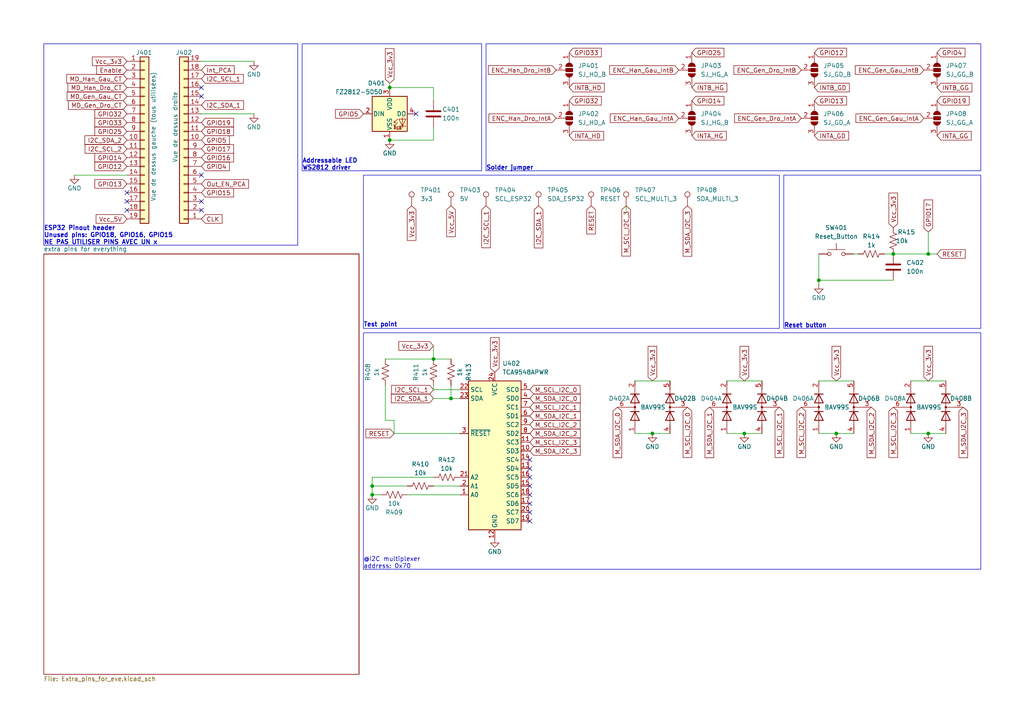
<source format=kicad_sch>
(kicad_sch (version 20231120) (generator "eeschema") (generator_version "8.0")
  (paper "A4")
  (lib_symbols
    (symbol "Connector:TestPoint" (pin_numbers hide) (pin_names (offset 0.762) hide)
      (property "Reference" "TP" (at 0 6.858 0))
      (property "Value" "TestPoint" (at 0 5.08 0))
      (symbol "TestPoint_0_1"
        (circle (center 0 3.302) (radius 0.762))
      )
      (symbol "TestPoint_1_1"
        (pin passive line (at 0 0 90) (length 2.54) (name "1") (number "1"))
      )
    )
    (symbol "Connector_Generic:Conn_01x19" (pin_names (offset 1.016) hide)
      (property "Reference" "J" (at 0 25.4 0))
      (property "Value" "Conn_01x19" (at 0 -25.4 0))
      (symbol "Conn_01x19_1_1"
        (rectangle (start -1.27 -22.733) (end 0 -22.987) (stroke (width 0.1524)))
        (rectangle (start -1.27 -20.193) (end 0 -20.447) (stroke (width 0.1524)))
        (rectangle (start -1.27 -17.653) (end 0 -17.907) (stroke (width 0.1524)))
        (rectangle (start -1.27 -15.113) (end 0 -15.367) (stroke (width 0.1524)))
        (rectangle (start -1.27 -12.573) (end 0 -12.827) (stroke (width 0.1524)))
        (rectangle (start -1.27 -10.033) (end 0 -10.287) (stroke (width 0.1524)))
        (rectangle (start -1.27 -7.493) (end 0 -7.747) (stroke (width 0.1524)))
        (rectangle (start -1.27 -4.953) (end 0 -5.207) (stroke (width 0.1524)))
        (rectangle (start -1.27 -2.413) (end 0 -2.667) (stroke (width 0.1524)))
        (rectangle (start -1.27 0.127) (end 0 -0.127) (stroke (width 0.1524)))
        (rectangle (start -1.27 2.667) (end 0 2.413) (stroke (width 0.1524)))
        (rectangle (start -1.27 5.207) (end 0 4.953) (stroke (width 0.1524)))
        (rectangle (start -1.27 7.747) (end 0 7.493) (stroke (width 0.1524)))
        (rectangle (start -1.27 10.287) (end 0 10.033) (stroke (width 0.1524)))
        (rectangle (start -1.27 12.827) (end 0 12.573) (stroke (width 0.1524)))
        (rectangle (start -1.27 15.367) (end 0 15.113) (stroke (width 0.1524)))
        (rectangle (start -1.27 17.907) (end 0 17.653) (stroke (width 0.1524)))
        (rectangle (start -1.27 20.447) (end 0 20.193) (stroke (width 0.1524)))
        (rectangle (start -1.27 22.987) (end 0 22.733) (stroke (width 0.1524)))
        (rectangle (start -1.27 24.13) (end 1.27 -24.13) (stroke (width 0.254)) (fill (type background)))
        (pin passive line (at -5.08 22.86 0) (length 3.81) (name "Pin_1") (number "1"))
        (pin passive line (at -5.08 0 0) (length 3.81) (name "Pin_10") (number "10"))
        (pin passive line (at -5.08 -2.54 0) (length 3.81) (name "Pin_11") (number "11"))
        (pin passive line (at -5.08 -5.08 0) (length 3.81) (name "Pin_12") (number "12"))
        (pin passive line (at -5.08 -7.62 0) (length 3.81) (name "Pin_13") (number "13"))
        (pin passive line (at -5.08 -10.16 0) (length 3.81) (name "Pin_14") (number "14"))
        (pin passive line (at -5.08 -12.7 0) (length 3.81) (name "Pin_15") (number "15"))
        (pin passive line (at -5.08 -15.24 0) (length 3.81) (name "Pin_16") (number "16"))
        (pin passive line (at -5.08 -17.78 0) (length 3.81) (name "Pin_17") (number "17"))
        (pin passive line (at -5.08 -20.32 0) (length 3.81) (name "Pin_18") (number "18"))
        (pin passive line (at -5.08 -22.86 0) (length 3.81) (name "Pin_19") (number "19"))
        (pin passive line (at -5.08 20.32 0) (length 3.81) (name "Pin_2") (number "2"))
        (pin passive line (at -5.08 17.78 0) (length 3.81) (name "Pin_3") (number "3"))
        (pin passive line (at -5.08 15.24 0) (length 3.81) (name "Pin_4") (number "4"))
        (pin passive line (at -5.08 12.7 0) (length 3.81) (name "Pin_5") (number "5"))
        (pin passive line (at -5.08 10.16 0) (length 3.81) (name "Pin_6") (number "6"))
        (pin passive line (at -5.08 7.62 0) (length 3.81) (name "Pin_7") (number "7"))
        (pin passive line (at -5.08 5.08 0) (length 3.81) (name "Pin_8") (number "8"))
        (pin passive line (at -5.08 2.54 0) (length 3.81) (name "Pin_9") (number "9"))
      )
    )
    (symbol "Device:C" (pin_numbers hide) (pin_names (offset 0.254))
      (property "Reference" "C" (at 0.635 2.54 0))
      (property "Value" "C" (at 0.635 -2.54 0))
      (symbol "C_0_1"
        (polyline (pts (xy -2.032 -0.762) (xy 2.032 -0.762)) (stroke (width 0.508)))
        (polyline (pts (xy -2.032 0.762) (xy 2.032 0.762)) (stroke (width 0.508)))
      )
      (symbol "C_1_1"
        (pin passive line (at 0 3.81 270) (length 2.794) (name "~") (number "1"))
        (pin passive line (at 0 -3.81 90) (length 2.794) (name "~") (number "2"))
      )
    )
    (symbol "Device:R_US" (pin_numbers hide) (pin_names (offset 0))
      (property "Reference" "R" (at 2.54 0 90))
      (property "Value" "R_US" (at -2.54 0 90))
      (symbol "R_US_0_1"
        (polyline (pts (xy 0 -2.286) (xy 0 -2.54)))
        (polyline (pts (xy 0 2.286) (xy 0 2.54)))
        (polyline (pts (xy 0 -0.762) (xy 1.016 -1.143) (xy 0 -1.524) (xy -1.016 -1.905) (xy 0 -2.286)))
        (polyline (pts (xy 0 0.762) (xy 1.016 0.381) (xy 0 0) (xy -1.016 -0.381) (xy 0 -0.762)))
        (polyline (pts (xy 0 2.286) (xy 1.016 1.905) (xy 0 1.524) (xy -1.016 1.143) (xy 0 0.762)))
      )
      (symbol "R_US_1_1"
        (pin passive line (at 0 3.81 270) (length 1.27) (name "~") (number "1"))
        (pin passive line (at 0 -3.81 90) (length 1.27) (name "~") (number "2"))
      )
    )
    (symbol "Diode:BAV99S" (pin_names (offset 0.0254) hide)
      (property "Reference" "D" (at 0 2.54 0))
      (property "Value" "BAV99S" (at 0 5.08 0))
      (symbol "BAV99S_0_1"
        (polyline (pts (xy -5.08 0) (xy 5.08 0)))
        (polyline (pts (xy 0 0) (xy 0 -2.54)))
        (polyline (pts (xy -1.27 -1.27) (xy -1.27 1.27) (xy -1.27 1.27)) (stroke (width 0.254)))
        (polyline (pts (xy 3.81 1.27) (xy 3.81 -1.27) (xy 3.81 -1.27)) (stroke (width 0.254)))
        (polyline (pts (xy -3.81 1.27) (xy -1.27 0) (xy -3.81 -1.27) (xy -3.81 1.27) (xy -3.81 1.27) (xy -3.81 1.27)) (stroke (width 0.254)))
        (polyline (pts (xy 1.27 1.27) (xy 3.81 0) (xy 1.27 -1.27) (xy 1.27 1.27) (xy 1.27 1.27) (xy 1.27 1.27)) (stroke (width 0.254)))
        (circle (center 0 0) (radius 0.254) (fill (type outline)))
      )
      (symbol "BAV99S_1_1"
        (polyline (pts (xy 6.35 0) (xy 7.62 0)))
        (pin passive line (at -7.62 0 0) (length 2.54) (name "A1") (number "1"))
        (pin passive line (at 7.62 0 180) (length 2.54) (name "K2") (number "2"))
        (pin passive line (at 0 -5.08 90) (length 2.54) (name "K3A4") (number "6"))
      )
      (symbol "BAV99S_2_1"
        (polyline (pts (xy 6.35 0) (xy 7.62 0)))
        (pin passive line (at 0 -5.08 90) (length 2.54) (name "K1A2") (number "3"))
        (pin passive line (at -7.62 0 0) (length 2.54) (name "A3") (number "4"))
        (pin passive line (at 7.62 0 180) (length 2.54) (name "K4") (number "5"))
      )
    )
    (symbol "Interface_Expansion:TCA9548APWR"
      (property "Reference" "U" (at -7.62 21.59 0))
      (property "Value" "TCA9548APWR" (at 1.016 21.59 0))
      (symbol "TCA9548APWR_0_1"
        (rectangle (start -7.62 20.32) (end 7.62 -22.86) (stroke (width 0.254)) (fill (type background)))
      )
      (symbol "TCA9548APWR_1_1"
        (pin input line (at -10.16 -12.7 0) (length 2.54) (name "A0") (number "1"))
        (pin bidirectional line (at 10.16 0 180) (length 2.54) (name "SD3") (number "10"))
        (pin output line (at 10.16 2.54 180) (length 2.54) (name "SC3") (number "11"))
        (pin power_in line (at 0 -25.4 90) (length 2.54) (name "GND") (number "12"))
        (pin bidirectional line (at 10.16 -5.08 180) (length 2.54) (name "SD4") (number "13"))
        (pin output line (at 10.16 -2.54 180) (length 2.54) (name "SC4") (number "14"))
        (pin bidirectional line (at 10.16 -10.16 180) (length 2.54) (name "SD5") (number "15"))
        (pin output line (at 10.16 -7.62 180) (length 2.54) (name "SC5") (number "16"))
        (pin bidirectional line (at 10.16 -15.24 180) (length 2.54) (name "SD6") (number "17"))
        (pin output line (at 10.16 -12.7 180) (length 2.54) (name "SC6") (number "18"))
        (pin bidirectional line (at 10.16 -20.32 180) (length 2.54) (name "SD7") (number "19"))
        (pin input line (at -10.16 -10.16 0) (length 2.54) (name "A1") (number "2"))
        (pin output line (at 10.16 -17.78 180) (length 2.54) (name "SC7") (number "20"))
        (pin input line (at -10.16 -7.62 0) (length 2.54) (name "A2") (number "21"))
        (pin input line (at -10.16 17.78 0) (length 2.54) (name "SCL") (number "22"))
        (pin bidirectional line (at -10.16 15.24 0) (length 2.54) (name "SDA") (number "23"))
        (pin power_in line (at 0 22.86 270) (length 2.54) (name "VCC") (number "24"))
        (pin input line (at -10.16 5.08 0) (length 2.54) (name "~{RESET}") (number "3"))
        (pin bidirectional line (at 10.16 15.24 180) (length 2.54) (name "SD0") (number "4"))
        (pin output line (at 10.16 17.78 180) (length 2.54) (name "SC0") (number "5"))
        (pin bidirectional line (at 10.16 10.16 180) (length 2.54) (name "SD1") (number "6"))
        (pin output line (at 10.16 12.7 180) (length 2.54) (name "SC1") (number "7"))
        (pin bidirectional line (at 10.16 5.08 180) (length 2.54) (name "SD2") (number "8"))
        (pin output line (at 10.16 7.62 180) (length 2.54) (name "SC2") (number "9"))
      )
    )
    (symbol "Jumper:SolderJumper_3_Open" (pin_names (offset 0) hide)
      (property "Reference" "JP" (at -2.54 -2.54 0))
      (property "Value" "SolderJumper_3_Open" (at 0 2.794 0))
      (symbol "SolderJumper_3_Open_0_1"
        (arc (start -1.016 1.016) (mid -2.0276 0) (end -1.016 -1.016))
        (arc (start -1.016 1.016) (mid -2.0276 0) (end -1.016 -1.016) (fill (type outline)))
        (rectangle (start -0.508 1.016) (end 0.508 -1.016) (fill (type outline)))
        (polyline (pts (xy -2.54 0) (xy -2.032 0)))
        (polyline (pts (xy -1.016 1.016) (xy -1.016 -1.016)))
        (polyline (pts (xy 0 -1.27) (xy 0 -1.016)))
        (polyline (pts (xy 1.016 1.016) (xy 1.016 -1.016)))
        (polyline (pts (xy 2.54 0) (xy 2.032 0)))
        (arc (start 1.016 -1.016) (mid 2.0276 0) (end 1.016 1.016))
        (arc (start 1.016 -1.016) (mid 2.0276 0) (end 1.016 1.016) (fill (type outline)))
      )
      (symbol "SolderJumper_3_Open_1_1"
        (pin passive line (at -5.08 0 0) (length 2.54) (name "A") (number "1"))
        (pin passive line (at 0 -3.81 90) (length 2.54) (name "C") (number "2"))
        (pin passive line (at 5.08 0 180) (length 2.54) (name "B") (number "3"))
      )
    )
    (symbol "LED:Inolux_IN-PI554FCH" (pin_names (offset 0.254))
      (property "Reference" "D" (at 5.08 5.715 0))
      (property "Value" "Inolux_IN-PI554FCH" (at 1.27 -5.715 0))
      (symbol "Inolux_IN-PI554FCH_0_0"
        (text "RGB" (at 2.286 -4.191 0) (effects (font (size 0.762 0.762))))
      )
      (symbol "Inolux_IN-PI554FCH_0_1"
        (polyline (pts (xy 1.27 -3.556) (xy 1.778 -3.556)))
        (polyline (pts (xy 1.27 -2.54) (xy 1.778 -2.54)))
        (polyline (pts (xy 4.699 -3.556) (xy 2.667 -3.556)))
        (polyline (pts (xy 2.286 -2.54) (xy 1.27 -3.556) (xy 1.27 -3.048)))
        (polyline (pts (xy 2.286 -1.524) (xy 1.27 -2.54) (xy 1.27 -2.032)))
        (polyline (pts (xy 3.683 -1.016) (xy 3.683 -3.556) (xy 3.683 -4.064)))
        (polyline (pts (xy 4.699 -1.524) (xy 2.667 -1.524) (xy 3.683 -3.556) (xy 4.699 -1.524)))
        (rectangle (start 5.08 5.08) (end -5.08 -5.08) (stroke (width 0.254)) (fill (type background)))
      )
      (symbol "Inolux_IN-PI554FCH_1_1"
        (pin power_in line (at 0 -7.62 90) (length 2.54) (name "VSS") (number "1"))
        (pin input line (at -7.62 0 0) (length 2.54) (name "DIN") (number "2"))
        (pin power_in line (at 0 7.62 270) (length 2.54) (name "VDD") (number "3"))
        (pin output line (at 7.62 0 180) (length 2.54) (name "DO") (number "4"))
      )
    )
    (symbol "Switch:SW_Push" (pin_numbers hide) (pin_names (offset 1.016) hide)
      (property "Reference" "SW" (at 1.27 2.54 0))
      (property "Value" "SW_Push" (at 0 -1.524 0))
      (symbol "SW_Push_0_1"
        (circle (center -2.032 0) (radius 0.508))
        (polyline (pts (xy 0 1.27) (xy 0 3.048)))
        (polyline (pts (xy 2.54 1.27) (xy -2.54 1.27)))
        (circle (center 2.032 0) (radius 0.508))
        (pin passive line (at -5.08 0 0) (length 2.54) (name "1") (number "1"))
        (pin passive line (at 5.08 0 180) (length 2.54) (name "2") (number "2"))
      )
    )
    (symbol "power:GND" (power) (pin_names (offset 0))
      (property "Value" "GND" (at 0 -3.81 0))
      (symbol "GND_0_1"
        (polyline (pts (xy 0 0) (xy 0 -1.27) (xy 1.27 -1.27) (xy 0 -2.54) (xy -1.27 -1.27) (xy 0 -1.27)))
      )
      (symbol "GND_1_1"
        (pin power_in line (at 0 0 270) (length 0) hide (name "GND") (number "1"))
      )
    )
  )
  (junction (at 269.24 73.66))
  (junction (at 242.57 125.73))
  (junction (at 113.03 25.4))
  (junction (at 189.23 125.73))
  (junction (at 107.95 143.51))
  (junction (at 130.81 115.57))
  (junction (at 107.95 140.97))
  (junction (at 269.24 125.73))
  (junction (at 125.73 104.14))
  (junction (at 237.49 81.28))
  (junction (at 259.08 73.66))
  (junction (at 113.03 40.64))
  (junction (at 215.9 125.73))
  (no_connect (at 58.42 25.4))
  (no_connect (at 36.83 60.96))
  (no_connect (at 58.42 50.8))
  (no_connect (at 120.65 33.02))
  (no_connect (at 153.67 138.43))
  (no_connect (at 153.67 140.97))
  (no_connect (at 58.42 58.42))
  (no_connect (at 153.67 133.35))
  (no_connect (at 153.67 148.59))
  (no_connect (at 58.42 27.94))
  (no_connect (at 153.67 135.89))
  (no_connect (at 36.83 55.88))
  (no_connect (at 153.67 151.13))
  (no_connect (at 58.42 60.96))
  (no_connect (at 153.67 146.05))
  (no_connect (at 153.67 143.51))
  (no_connect (at 36.83 58.42))
  (wire (pts (xy 125.73 138.43) (xy 107.95 138.43)))
  (wire (pts (xy 114.3 125.73) (xy 133.35 125.73)))
  (wire (pts (xy 237.49 110.49) (xy 247.65 110.49)))
  (wire (pts (xy 210.82 110.49) (xy 220.98 110.49)))
  (wire (pts (xy 237.49 81.28) (xy 237.49 82.55)))
  (wire (pts (xy 125.73 36.83) (xy 125.73 40.64)))
  (wire (pts (xy 125.73 140.97) (xy 133.35 140.97)))
  (wire (pts (xy 107.95 140.97) (xy 107.95 143.51)))
  (wire (pts (xy 113.03 24.13) (xy 113.03 25.4)))
  (wire (pts (xy 269.24 125.73) (xy 274.32 125.73)))
  (wire (pts (xy 237.49 81.28) (xy 259.08 81.28)))
  (wire (pts (xy 118.11 143.51) (xy 133.35 143.51)))
  (wire (pts (xy 125.73 115.57) (xy 130.81 115.57)))
  (wire (pts (xy 111.76 121.92) (xy 111.76 111.76)))
  (wire (pts (xy 215.9 125.73) (xy 220.98 125.73)))
  (wire (pts (xy 210.82 125.73) (xy 215.9 125.73)))
  (wire (pts (xy 264.16 110.49) (xy 274.32 110.49)))
  (wire (pts (xy 256.54 73.66) (xy 259.08 73.66)))
  (wire (pts (xy 36.83 50.8) (xy 21.59 50.8)))
  (wire (pts (xy 58.42 17.78) (xy 73.66 17.78)))
  (wire (pts (xy 111.76 104.14) (xy 125.73 104.14)))
  (wire (pts (xy 269.24 73.66) (xy 259.08 73.66)))
  (wire (pts (xy 242.57 125.73) (xy 247.65 125.73)))
  (wire (pts (xy 58.42 33.02) (xy 73.66 33.02)))
  (wire (pts (xy 125.73 100.33) (xy 125.73 104.14)))
  (wire (pts (xy 184.15 110.49) (xy 194.31 110.49)))
  (wire (pts (xy 114.3 125.73) (xy 114.3 121.92)))
  (wire (pts (xy 189.23 125.73) (xy 194.31 125.73)))
  (wire (pts (xy 247.65 73.66) (xy 248.92 73.66)))
  (wire (pts (xy 237.49 125.73) (xy 242.57 125.73)))
  (wire (pts (xy 125.73 104.14) (xy 130.81 104.14)))
  (wire (pts (xy 130.81 115.57) (xy 133.35 115.57)))
  (wire (pts (xy 269.24 67.31) (xy 269.24 73.66)))
  (wire (pts (xy 114.3 121.92) (xy 111.76 121.92)))
  (wire (pts (xy 107.95 138.43) (xy 107.95 140.97)))
  (wire (pts (xy 130.81 111.76) (xy 130.81 115.57)))
  (wire (pts (xy 264.16 125.73) (xy 269.24 125.73)))
  (wire (pts (xy 125.73 40.64) (xy 113.03 40.64)))
  (wire (pts (xy 125.73 111.76) (xy 125.73 113.03)))
  (wire (pts (xy 184.15 125.73) (xy 189.23 125.73)))
  (wire (pts (xy 181.61 60.96) (xy 181.61 59.69)))
  (wire (pts (xy 125.73 25.4) (xy 113.03 25.4)))
  (wire (pts (xy 237.49 73.66) (xy 237.49 81.28)))
  (wire (pts (xy 107.95 143.51) (xy 110.49 143.51)))
  (wire (pts (xy 118.11 140.97) (xy 107.95 140.97)))
  (wire (pts (xy 125.73 29.21) (xy 125.73 25.4)))
  (wire (pts (xy 271.78 73.66) (xy 269.24 73.66)))
  (wire (pts (xy 125.73 113.03) (xy 133.35 113.03)))
  (rectangle (start 12.7 12.7) (end 86.36 71.12))
  (rectangle (start 227.33 50.8) (end 284.48 95.25))
  (rectangle (start 105.41 50.8) (end 226.06 95.25))
  (rectangle (start 105.41 96.52) (end 284.48 165.1))
  (rectangle (start 87.63 12.7) (end 139.7 49.53))
  (rectangle (start 140.97 12.7) (end 284.48 49.53))
  (text "Reset button" (at 227.33 95.25 0) (effects (font (size 1.27 1.27) (bold yes)) (justify left bottom)))
  (text "@I2C multiplexer\naddress: 0x70" (at 105.41 165.1 0) (effects (font (size 1.27 1.27)) (justify left bottom)))
  (text "ESP32 Pinout header\nUnused pins: GPIO18, GPIO16, GPIO15\nNE PAS UTILISER PINS AVEC UN x" (at 12.7 71.12 0) (effects (font (size 1.27 1.27) (bold yes)) (justify left bottom)))
  (text "Solder jumper" (at 140.97 49.53 0) (effects (font (size 1.27 1.27) (thickness 0.254) (bold yes)) (justify left bottom)))
  (text "Addressable LED\nWS2812 driver" (at 87.63 49.53 0) (effects (font (size 1.27 1.27) (bold yes)) (justify left bottom)))
  (text "Test point" (at 105.41 94.996 0) (effects (font (size 1.27 1.27) (bold yes)) (justify left bottom)))
  (global_label "INTB_GD" (shape input) (at 236.22 25.4 0) (property "Intersheetrefs" "${INTERSHEET_REFS}" (effects (hide yes))))
  (global_label "GPIO16" (shape input) (at 58.42 45.72 0) (property "Intersheetrefs" "${INTERSHEET_REFS}" (effects (hide yes))))
  (global_label "M_SCL_I2C_3" (shape input) (at 259.08 118.11 270) (property "Intersheetrefs" "${INTERSHEET_REFS}" (effects (hide yes))))
  (global_label "M_SCL_I2C_0" (shape input) (at 199.39 118.11 270) (property "Intersheetrefs" "${INTERSHEET_REFS}" (effects (hide yes))))
  (global_label "MD_Han_Gau_CT" (shape input) (at 36.83 22.86 180) (property "Intersheetrefs" "${INTERSHEET_REFS}" (effects (hide yes))))
  (global_label "ENC_Han_Gau_IntA" (shape input) (at 196.85 34.29 180) (property "Intersheetrefs" "${INTERSHEET_REFS}" (effects (hide yes))))
  (global_label "Vcc_3v3" (shape input) (at 215.9 110.49 90) (property "Intersheetrefs" "${INTERSHEET_REFS}" (effects (hide yes))))
  (global_label "M_SCL_I2C_3" (shape input) (at 153.67 128.27 0) (property "Intersheetrefs" "${INTERSHEET_REFS}" (effects (hide yes))))
  (global_label "INTA_HG" (shape input) (at 200.66 39.37 0) (property "Intersheetrefs" "${INTERSHEET_REFS}" (effects (hide yes))))
  (global_label "M_SCL_I2C_2" (shape input) (at 153.67 123.19 0) (property "Intersheetrefs" "${INTERSHEET_REFS}" (effects (hide yes))))
  (global_label "RESET" (shape input) (at 114.3 125.73 180) (property "Intersheetrefs" "${INTERSHEET_REFS}" (effects (hide yes))))
  (global_label "MD_Gen_Dro_CT" (shape input) (at 36.83 30.48 180) (property "Intersheetrefs" "${INTERSHEET_REFS}" (effects (hide yes))))
  (global_label "Vcc_3v3" (shape input) (at 36.83 17.78 180) (property "Intersheetrefs" "${INTERSHEET_REFS}" (effects (hide yes))))
  (global_label "RESET" (shape input) (at 171.45 59.69 270) (property "Intersheetrefs" "${INTERSHEET_REFS}" (effects (hide yes))))
  (global_label "MD_Han_Dro_CT" (shape input) (at 36.83 25.4 180) (property "Intersheetrefs" "${INTERSHEET_REFS}" (effects (hide yes))))
  (global_label "M_SCL_I2C_0" (shape input) (at 153.67 113.03 0) (property "Intersheetrefs" "${INTERSHEET_REFS}" (effects (hide yes))))
  (global_label "I2C_SCL_1" (shape input) (at 125.73 113.03 180) (property "Intersheetrefs" "${INTERSHEET_REFS}" (effects (hide yes))))
  (global_label "I2C_SDA_1" (shape input) (at 125.73 115.57 180) (property "Intersheetrefs" "${INTERSHEET_REFS}" (effects (hide yes))))
  (global_label "GPIO5" (shape input) (at 58.42 40.64 0) (property "Intersheetrefs" "${INTERSHEET_REFS}" (effects (hide yes))))
  (global_label "INTA_GD" (shape input) (at 236.22 39.37 0) (property "Intersheetrefs" "${INTERSHEET_REFS}" (effects (hide yes))))
  (global_label "GPIO17" (shape input) (at 58.42 43.18 0) (property "Intersheetrefs" "${INTERSHEET_REFS}" (effects (hide yes))))
  (global_label "ENC_Han_Dro_IntB" (shape input) (at 161.29 20.32 180) (property "Intersheetrefs" "${INTERSHEET_REFS}" (effects (hide yes))))
  (global_label "Vcc_3v3" (shape input) (at 113.03 24.13 90) (property "Intersheetrefs" "${INTERSHEET_REFS}" (effects (hide yes))))
  (global_label "M_SDA_I2C_1" (shape input) (at 205.74 118.11 270) (property "Intersheetrefs" "${INTERSHEET_REFS}" (effects (hide yes))))
  (global_label "RESET" (shape input) (at 271.78 73.66 0) (property "Intersheetrefs" "${INTERSHEET_REFS}" (effects (hide yes))))
  (global_label "GPIO12" (shape input) (at 236.22 15.24 0) (property "Intersheetrefs" "${INTERSHEET_REFS}" (effects (hide yes))))
  (global_label "INTB_HD" (shape input) (at 165.1 25.4 0) (property "Intersheetrefs" "${INTERSHEET_REFS}" (effects (hide yes))))
  (global_label "M_SDA_I2C_3" (shape input) (at 199.39 59.69 270) (property "Intersheetrefs" "${INTERSHEET_REFS}" (effects (hide yes))))
  (global_label "INTA_GG" (shape input) (at 271.78 39.37 0) (property "Intersheetrefs" "${INTERSHEET_REFS}" (effects (hide yes))))
  (global_label "M_SCL_I2C_3" (shape input) (at 181.61 59.69 270) (property "Intersheetrefs" "${INTERSHEET_REFS}" (effects (hide yes))))
  (global_label "GPIO33" (shape input) (at 36.83 35.56 180) (property "Intersheetrefs" "${INTERSHEET_REFS}" (effects (hide yes))))
  (global_label "M_SDA_I2C_1" (shape input) (at 153.67 120.65 0) (property "Intersheetrefs" "${INTERSHEET_REFS}" (effects (hide yes))))
  (global_label "GPIO19" (shape input) (at 271.78 29.21 0) (property "Intersheetrefs" "${INTERSHEET_REFS}" (effects (hide yes))))
  (global_label "GPIO15" (shape input) (at 58.42 55.88 0) (property "Intersheetrefs" "${INTERSHEET_REFS}" (effects (hide yes))))
  (global_label "Vcc_3v3" (shape input) (at 242.57 110.49 90) (property "Intersheetrefs" "${INTERSHEET_REFS}" (effects (hide yes))))
  (global_label "ENC_Gen_Gau_IntB" (shape input) (at 267.97 20.32 180) (property "Intersheetrefs" "${INTERSHEET_REFS}" (effects (hide yes))))
  (global_label "Vcc_5V" (shape input) (at 130.81 59.69 270) (property "Intersheetrefs" "${INTERSHEET_REFS}" (effects (hide yes))))
  (global_label "ENC_Han_Gau_IntB" (shape input) (at 196.85 20.32 180) (property "Intersheetrefs" "${INTERSHEET_REFS}" (effects (hide yes))))
  (global_label "Out_EN_PCA" (shape input) (at 58.42 53.34 0) (property "Intersheetrefs" "${INTERSHEET_REFS}" (effects (hide yes))))
  (global_label "GPIO4" (shape input) (at 58.42 48.26 0) (property "Intersheetrefs" "${INTERSHEET_REFS}" (effects (hide yes))))
  (global_label "INTA_HD" (shape input) (at 165.1 39.37 0) (property "Intersheetrefs" "${INTERSHEET_REFS}" (effects (hide yes))))
  (global_label "Vcc_3v3" (shape input) (at 125.73 100.33 180) (property "Intersheetrefs" "${INTERSHEET_REFS}" (effects (hide yes))))
  (global_label "I2C_SDA_2" (shape input) (at 36.83 40.64 180) (property "Intersheetrefs" "${INTERSHEET_REFS}" (effects (hide yes))))
  (global_label "GPIO17" (shape input) (at 269.24 67.31 90) (property "Intersheetrefs" "${INTERSHEET_REFS}" (effects (hide yes))))
  (global_label "Vcc_3v3" (shape input) (at 143.51 107.95 90) (property "Intersheetrefs" "${INTERSHEET_REFS}" (effects (hide yes))))
  (global_label "ENC_Gen_Dro_IntB" (shape input) (at 232.41 20.32 180) (property "Intersheetrefs" "${INTERSHEET_REFS}" (effects (hide yes))))
  (global_label "GPIO4" (shape input) (at 271.78 15.24 0) (property "Intersheetrefs" "${INTERSHEET_REFS}" (effects (hide yes))))
  (global_label "CLK" (shape input) (at 58.42 63.5 0) (property "Intersheetrefs" "${INTERSHEET_REFS}" (effects (hide yes))))
  (global_label "Enable" (shape input) (at 36.83 20.32 180) (property "Intersheetrefs" "${INTERSHEET_REFS}" (effects (hide yes))))
  (global_label "INTB_GG" (shape input) (at 271.78 25.4 0) (property "Intersheetrefs" "${INTERSHEET_REFS}" (effects (hide yes))))
  (global_label "ENC_Gen_Gau_IntA" (shape input) (at 267.97 34.29 180) (property "Intersheetrefs" "${INTERSHEET_REFS}" (effects (hide yes))))
  (global_label "M_SDA_I2C_3" (shape input) (at 279.4 118.11 270) (property "Intersheetrefs" "${INTERSHEET_REFS}" (effects (hide yes))))
  (global_label "GPIO12" (shape input) (at 36.83 48.26 180) (property "Intersheetrefs" "${INTERSHEET_REFS}" (effects (hide yes))))
  (global_label "GPIO32" (shape input) (at 165.1 29.21 0) (property "Intersheetrefs" "${INTERSHEET_REFS}" (effects (hide yes))))
  (global_label "ENC_Han_Dro_IntA" (shape input) (at 161.29 34.29 180) (property "Intersheetrefs" "${INTERSHEET_REFS}" (effects (hide yes))))
  (global_label "GPIO14" (shape input) (at 36.83 45.72 180) (property "Intersheetrefs" "${INTERSHEET_REFS}" (effects (hide yes))))
  (global_label "Int_PCA" (shape input) (at 58.42 20.32 0) (property "Intersheetrefs" "${INTERSHEET_REFS}" (effects (hide yes))))
  (global_label "M_SDA_I2C_2" (shape input) (at 153.67 125.73 0) (property "Intersheetrefs" "${INTERSHEET_REFS}" (effects (hide yes))))
  (global_label "M_SDA_I2C_2" (shape input) (at 252.73 118.11 270) (property "Intersheetrefs" "${INTERSHEET_REFS}" (effects (hide yes))))
  (global_label "Vcc_3v3" (shape input) (at 189.23 110.49 90) (property "Intersheetrefs" "${INTERSHEET_REFS}" (effects (hide yes))))
  (global_label "Vcc_3v3" (shape input) (at 269.24 110.49 90) (property "Intersheetrefs" "${INTERSHEET_REFS}" (effects (hide yes))))
  (global_label "GPIO18" (shape input) (at 58.42 38.1 0) (property "Intersheetrefs" "${INTERSHEET_REFS}" (effects (hide yes))))
  (global_label "Vcc_5V" (shape input) (at 36.83 63.5 180) (property "Intersheetrefs" "${INTERSHEET_REFS}" (effects (hide yes))))
  (global_label "INTB_HG" (shape input) (at 200.66 25.4 0) (property "Intersheetrefs" "${INTERSHEET_REFS}" (effects (hide yes))))
  (global_label "M_SCL_I2C_2" (shape input) (at 232.41 118.11 270) (property "Intersheetrefs" "${INTERSHEET_REFS}" (effects (hide yes))))
  (global_label "I2C_SDA_1" (shape input) (at 156.21 59.69 270) (property "Intersheetrefs" "${INTERSHEET_REFS}" (effects (hide yes))))
  (global_label "Vcc_3v3" (shape input) (at 259.08 66.04 90) (property "Intersheetrefs" "${INTERSHEET_REFS}" (effects (hide yes))))
  (global_label "M_SCL_I2C_1" (shape input) (at 226.06 118.11 270) (property "Intersheetrefs" "${INTERSHEET_REFS}" (effects (hide yes))))
  (global_label "MD_Gen_Gau_CT" (shape input) (at 36.83 27.94 180) (property "Intersheetrefs" "${INTERSHEET_REFS}" (effects (hide yes))))
  (global_label "I2C_SCL_1" (shape input) (at 58.42 22.86 0) (property "Intersheetrefs" "${INTERSHEET_REFS}" (effects (hide yes))))
  (global_label "GPIO25" (shape input) (at 200.66 15.24 0) (property "Intersheetrefs" "${INTERSHEET_REFS}" (effects (hide yes))))
  (global_label "GPIO33" (shape input) (at 165.1 15.24 0) (property "Intersheetrefs" "${INTERSHEET_REFS}" (effects (hide yes))))
  (global_label "GPIO5" (shape input) (at 105.41 33.02 180) (property "Intersheetrefs" "${INTERSHEET_REFS}" (effects (hide yes))))
  (global_label "M_SDA_I2C_3" (shape input) (at 153.67 130.81 0) (property "Intersheetrefs" "${INTERSHEET_REFS}" (effects (hide yes))))
  (global_label "M_SDA_I2C_0" (shape input) (at 153.67 115.57 0) (property "Intersheetrefs" "${INTERSHEET_REFS}" (effects (hide yes))))
  (global_label "M_SDA_I2C_0" (shape input) (at 179.07 118.11 270) (property "Intersheetrefs" "${INTERSHEET_REFS}" (effects (hide yes))))
  (global_label "I2C_SCL_2" (shape input) (at 36.83 43.18 180) (property "Intersheetrefs" "${INTERSHEET_REFS}" (effects (hide yes))))
  (global_label "Vcc_3v3" (shape input) (at 119.38 59.69 270) (property "Intersheetrefs" "${INTERSHEET_REFS}" (effects (hide yes))))
  (global_label "ENC_Gen_Dro_IntA" (shape input) (at 232.41 34.29 180) (property "Intersheetrefs" "${INTERSHEET_REFS}" (effects (hide yes))))
  (global_label "I2C_SCL_1" (shape input) (at 140.97 59.69 270) (property "Intersheetrefs" "${INTERSHEET_REFS}" (effects (hide yes))))
  (global_label "M_SCL_I2C_1" (shape input) (at 153.67 118.11 0) (property "Intersheetrefs" "${INTERSHEET_REFS}" (effects (hide yes))))
  (global_label "GPIO25" (shape input) (at 36.83 38.1 180) (property "Intersheetrefs" "${INTERSHEET_REFS}" (effects (hide yes))))
  (global_label "GPIO13" (shape input) (at 36.83 53.34 180) (property "Intersheetrefs" "${INTERSHEET_REFS}" (effects (hide yes))))
  (global_label "GPIO19" (shape input) (at 58.42 35.56 0) (property "Intersheetrefs" "${INTERSHEET_REFS}" (effects (hide yes))))
  (global_label "I2C_SDA_1" (shape input) (at 58.42 30.48 0) (property "Intersheetrefs" "${INTERSHEET_REFS}" (effects (hide yes))))
  (global_label "GPIO14" (shape input) (at 200.66 29.21 0) (property "Intersheetrefs" "${INTERSHEET_REFS}" (effects (hide yes))))
  (global_label "GPIO13" (shape input) (at 236.22 29.21 0) (property "Intersheetrefs" "${INTERSHEET_REFS}" (effects (hide yes))))
  (global_label "GPIO32" (shape input) (at 36.83 33.02 180) (property "Intersheetrefs" "${INTERSHEET_REFS}" (effects (hide yes))))
  (symbol (lib_id "Jumper:SolderJumper_3_Open") (at 200.66 34.29 270) (unit 1)
    (property "Reference" "JP404" (at 203.2 33.02 90) (effects (justify left)))
    (property "Value" "SJ_HG_B" (at 203.2 35.56 90) (effects (justify left)))
    (property "Footprint" "Jumper:SolderJumper-3_P2.0mm_Open_TrianglePad1.0x1.5mm_NumberLabels" (effects (hide yes)))
  )
  (symbol (lib_id "Device:C") (at 125.73 33.02 0) (unit 1)
    (property "Reference" "C401" (at 128.27 31.75 0) (effects (justify left)))
    (property "Value" "100n" (at 128.27 34.29 0) (effects (justify left)))
    (property "Footprint" "Capacitor_SMD:C_0805_2012Metric" (effects (hide yes)))
    (instances (project "ESP32_CHUNGUS_RAPIDUS" (path "" (reference "C401") (unit 1))) (project "STM32_BLUTH_V1" (path "" (reference "C314") (unit 1))))
  )
  (symbol (lib_id "Device:R_US") (at 121.92 140.97 270) (unit 1)
    (property "Reference" "R410" (at 121.92 134.62 90))
    (property "Value" "10k" (at 121.92 137.16 90))
    (property "Footprint" "Resistor_SMD:R_0805_2012Metric" (effects (hide yes)))
    (instances (project "ESP32_CHUNGUS_RAPIDUS" (path "" (reference "R410") (unit 1))) (project "STM32_BLUTH_V1" (path "" (reference "R402") (unit 1))))
  )
  (symbol (lib_id "Connector_Generic:Conn_01x19") (at 41.91 40.64 0) (unit 1)
    (property "Reference" "J401" (at 39.37 15.24 0) (effects (justify left)))
    (property "Value" "Vue de dessus gauche (tous utilisées)" (at 44.45 58.42 90) (effects (justify left)))
    (property "Footprint" "Connector_PinSocket_2.54mm:PinSocket_1x19_P2.54mm_Vertical" (effects (hide yes)))
  )
  (symbol (lib_id "Connector:TestPoint") (at 156.21 59.69 0) (unit 1)
    (property "Reference" "TP405" (at 158.75 55.1179 0) (effects (justify left)))
    (property "Value" "SDA_ESP32" (at 158.75 57.6579 0) (effects (justify left)))
    (property "Footprint" "TestPoint:TestPoint_THTPad_2.5x2.5mm_Drill1.2mm" (effects (hide yes)))
    (property "Description" "test point" (effects (hide yes)))
  )
  (symbol (lib_id "Device:C") (at 259.08 77.47 0) (unit 1)
    (property "Reference" "C402" (at 262.89 76.2 0) (effects (justify left)))
    (property "Value" "100n" (at 262.89 78.74 0) (effects (justify left)))
    (property "Footprint" "Capacitor_SMD:C_0805_2012Metric" (effects (hide yes)))
  )
  (symbol (lib_id "power:GND") (at 215.9 125.73 0) (unit 1)
    (property "Reference" "#PWR0214" (effects (hide yes)))
    (property "Value" "GND" (at 215.9 129.54 0))
    (instances (project "Custom_ST-Link" (path "" (reference "#PWR0214") (unit 1))) (project "ESP32_CHUNGUS_RAPIDUS" (path "" (reference "#PWR0418") (unit 1))) (project "STM32_BLUTH_V1" (path "" (reference "#PWR0305") (unit 1)) (path "" (reference "#PWR0423") (unit 1))))
  )
  (symbol (lib_id "Diode:BAV99S") (at 247.65 118.11 90) (unit 2)
    (property "Reference" "D406" (at 255.27 115.57 90) (effects (justify left)))
    (property "Value" "BAV99S" (at 246.38 118.11 90) (effects (justify left)))
    (property "Footprint" "Package_TO_SOT_SMD:SOT-363_SC-70-6" (effects (hide yes)))
    (property "Datasheet" "https://assets.nexperia.com/documents/data-sheet/BAV99_SER.pdf" (effects (hide yes)))
    (instances (project "ESP32_CHUNGUS_RAPIDUS" (path "" (reference "D406") (unit 2))) (project "STM32_BLUTH_V1" (path "" (reference "D405") (unit 2))))
  )
  (symbol (lib_id "Diode:BAV99S") (at 194.31 118.11 90) (unit 2)
    (property "Reference" "D402" (at 201.93 115.57 90) (effects (justify left)))
    (property "Value" "BAV99S" (at 193.04 118.11 90) (effects (justify left)))
    (property "Footprint" "Package_TO_SOT_SMD:SOT-363_SC-70-6" (effects (hide yes)))
    (property "Datasheet" "https://assets.nexperia.com/documents/data-sheet/BAV99_SER.pdf" (effects (hide yes)))
    (instances (project "ESP32_CHUNGUS_RAPIDUS" (path "" (reference "D402") (unit 2))) (project "STM32_BLUTH_V1" (path "" (reference "D401") (unit 2))))
  )
  (symbol (lib_id "Diode:BAV99S") (at 184.15 118.11 270) (mirror x) (unit 1)
    (property "Reference" "D402" (at 176.53 115.57 90) (effects (justify left)))
    (property "Value" "BAV99S" (effects (hide yes)))
    (property "Footprint" "Package_TO_SOT_SMD:SOT-363_SC-70-6" (effects (hide yes)))
    (property "Datasheet" "https://assets.nexperia.com/documents/data-sheet/BAV99_SER.pdf" (effects (hide yes)))
    (instances (project "ESP32_CHUNGUS_RAPIDUS" (path "" (reference "D402") (unit 1))) (project "STM32_BLUTH_V1" (path "" (reference "D401") (unit 1))))
  )
  (symbol (lib_id "Diode:BAV99S") (at 274.32 118.11 90) (unit 2)
    (property "Reference" "D408" (at 281.94 115.57 90) (effects (justify left)))
    (property "Value" "BAV99S" (at 273.05 118.11 90) (effects (justify left)))
    (property "Footprint" "Package_TO_SOT_SMD:SOT-363_SC-70-6" (effects (hide yes)))
    (property "Datasheet" "https://assets.nexperia.com/documents/data-sheet/BAV99_SER.pdf" (effects (hide yes)))
    (instances (project "ESP32_CHUNGUS_RAPIDUS" (path "" (reference "D408") (unit 2))) (project "STM32_BLUTH_V1" (path "" (reference "D409") (unit 2))))
  )
  (symbol (lib_id "Jumper:SolderJumper_3_Open") (at 200.66 20.32 270) (unit 1)
    (property "Reference" "JP403" (at 203.2 19.05 90) (effects (justify left)))
    (property "Value" "SJ_HG_A" (at 203.2 21.59 90) (effects (justify left)))
    (property "Footprint" "Jumper:SolderJumper-3_P2.0mm_Open_TrianglePad1.0x1.5mm_NumberLabels" (effects (hide yes)))
  )
  (symbol (lib_id "Device:R_US") (at 259.08 69.85 0) (unit 1)
    (property "Reference" "R415" (at 262.89 67.31 0))
    (property "Value" "10k" (at 261.62 69.85 0))
    (property "Footprint" "Resistor_SMD:R_0805_2012Metric" (effects (hide yes)))
    (instances (project "ESP32_CHUNGUS_RAPIDUS" (path "" (reference "R415") (unit 1))) (project "STM32_BLUTH_V1" (path "" (reference "R403") (unit 1))))
  )
  (symbol (lib_id "Diode:BAV99S") (at 220.98 118.11 90) (unit 2)
    (property "Reference" "D404" (at 228.6 115.57 90) (effects (justify left)))
    (property "Value" "BAV99S" (at 219.71 118.11 90) (effects (justify left)))
    (property "Footprint" "Package_TO_SOT_SMD:SOT-363_SC-70-6" (effects (hide yes)))
    (property "Datasheet" "https://assets.nexperia.com/documents/data-sheet/BAV99_SER.pdf" (effects (hide yes)))
    (instances (project "ESP32_CHUNGUS_RAPIDUS" (path "" (reference "D404") (unit 2))) (project "STM32_BLUTH_V1" (path "" (reference "D403") (unit 2))))
  )
  (symbol (lib_id "Device:R_US") (at 129.54 138.43 270) (unit 1)
    (property "Reference" "R412" (at 129.54 133.35 90))
    (property "Value" "10k" (at 129.54 135.89 90))
    (property "Footprint" "Resistor_SMD:R_0805_2012Metric" (effects (hide yes)))
    (instances (project "ESP32_CHUNGUS_RAPIDUS" (path "" (reference "R412") (unit 1))) (project "STM32_BLUTH_V1" (path "" (reference "R404") (unit 1))))
  )
  (symbol (lib_id "Jumper:SolderJumper_3_Open") (at 165.1 34.29 270) (unit 1)
    (property "Reference" "JP402" (at 167.64 33.02 90) (effects (justify left)))
    (property "Value" "SJ_HD_A" (at 167.64 35.56 90) (effects (justify left)))
    (property "Footprint" "Jumper:SolderJumper-3_P2.0mm_Open_TrianglePad1.0x1.5mm_NumberLabels" (effects (hide yes)))
  )
  (symbol (lib_id "Diode:BAV99S") (at 264.16 118.11 270) (mirror x) (unit 1)
    (property "Reference" "D408" (at 256.54 115.57 90) (effects (justify left)))
    (property "Value" "BAV99S" (effects (hide yes)))
    (property "Footprint" "Package_TO_SOT_SMD:SOT-363_SC-70-6" (effects (hide yes)))
    (property "Datasheet" "https://assets.nexperia.com/documents/data-sheet/BAV99_SER.pdf" (effects (hide yes)))
    (instances (project "ESP32_CHUNGUS_RAPIDUS" (path "" (reference "D408") (unit 1))) (project "STM32_BLUTH_V1" (path "" (reference "D409") (unit 1))))
  )
  (symbol (lib_id "Device:R_US") (at 111.76 107.95 0) (unit 1)
    (property "Reference" "R408" (at 106.68 107.95 90))
    (property "Value" "1k" (at 109.22 107.95 90))
    (property "Footprint" "Resistor_SMD:R_0805_2012Metric" (effects (hide yes)))
    (instances (project "ESP32_CHUNGUS_RAPIDUS" (path "" (reference "R408") (unit 1))) (project "STM32_BLUTH_V1" (path "" (reference "R403") (unit 1))))
  )
  (symbol (lib_id "Connector:TestPoint") (at 181.61 59.69 0) (unit 1)
    (property "Reference" "TP407" (at 184.15 55.1179 0) (effects (justify left)))
    (property "Value" "SCL_MULTI_3" (at 184.15 57.6579 0) (effects (justify left)))
    (property "Footprint" "TestPoint:TestPoint_THTPad_2.5x2.5mm_Drill1.2mm" (effects (hide yes)))
    (property "Description" "test point" (effects (hide yes)))
  )
  (symbol (lib_id "Connector:TestPoint") (at 119.38 59.69 0) (unit 1)
    (property "Reference" "TP401" (at 121.92 55.1179 0) (effects (justify left)))
    (property "Value" "3v3" (at 121.92 57.6579 0) (effects (justify left)))
    (property "Footprint" "TestPoint:TestPoint_THTPad_2.5x2.5mm_Drill1.2mm" (effects (hide yes)))
    (property "Description" "test point" (effects (hide yes)))
  )
  (symbol (lib_id "Connector:TestPoint") (at 130.81 59.69 0) (unit 1)
    (property "Reference" "TP403" (at 133.35 55.1179 0) (effects (justify left)))
    (property "Value" "5V" (at 133.35 57.6579 0) (effects (justify left)))
    (property "Footprint" "TestPoint:TestPoint_THTPad_2.5x2.5mm_Drill1.2mm" (effects (hide yes)))
    (property "Description" "test point" (effects (hide yes)))
  )
  (symbol (lib_id "Jumper:SolderJumper_3_Open") (at 271.78 20.32 270) (unit 1)
    (property "Reference" "JP407" (at 274.32 19.05 90) (effects (justify left)))
    (property "Value" "SJ_GG_B" (at 274.32 21.59 90) (effects (justify left)))
    (property "Footprint" "Jumper:SolderJumper-3_P2.0mm_Open_TrianglePad1.0x1.5mm_NumberLabels" (effects (hide yes)))
  )
  (symbol (lib_id "power:GND") (at 269.24 125.73 0) (unit 1)
    (property "Reference" "#PWR0214" (effects (hide yes)))
    (property "Value" "GND" (at 269.24 129.54 0))
    (instances (project "Custom_ST-Link" (path "" (reference "#PWR0214") (unit 1))) (project "ESP32_CHUNGUS_RAPIDUS" (path "" (reference "#PWR0423") (unit 1))) (project "STM32_BLUTH_V1" (path "" (reference "#PWR0305") (unit 1)) (path "" (reference "#PWR0428") (unit 1))))
  )
  (symbol (lib_id "LED:Inolux_IN-PI554FCH") (at 113.03 33.02 0) (unit 1)
    (property "Reference" "D401" (at 109.22 24.13 0))
    (property "Value" "FZ2812-5050" (at 104.14 26.67 0))
    (property "Footprint" "LED_SMD:LED_Inolux_IN-PI554FCH_PLCC4_5.0x5.0mm_P3.2mm" (effects (hide yes)))
    (property "Datasheet" "http://www.inolux-corp.com/datasheet/SMDLED/Addressable%20LED/IN-PI554FCH.pdf" (effects (hide yes)))
  )
  (symbol (lib_id "power:GND") (at 242.57 125.73 0) (unit 1)
    (property "Reference" "#PWR0214" (effects (hide yes)))
    (property "Value" "GND" (at 242.57 129.54 0))
    (instances (project "Custom_ST-Link" (path "" (reference "#PWR0214") (unit 1))) (project "ESP32_CHUNGUS_RAPIDUS" (path "" (reference "#PWR0421") (unit 1))) (project "STM32_BLUTH_V1" (path "" (reference "#PWR0305") (unit 1)) (path "" (reference "#PWR0426") (unit 1))))
  )
  (symbol (lib_id "Connector:TestPoint") (at 140.97 59.69 0) (unit 1)
    (property "Reference" "TP404" (at 143.51 55.1179 0) (effects (justify left)))
    (property "Value" "SCL_ESP32" (at 143.51 57.6579 0) (effects (justify left)))
    (property "Footprint" "TestPoint:TestPoint_THTPad_2.5x2.5mm_Drill1.2mm" (effects (hide yes)))
    (property "Description" "test point" (effects (hide yes)))
  )
  (symbol (lib_id "Diode:BAV99S") (at 237.49 118.11 270) (mirror x) (unit 1)
    (property "Reference" "D406" (at 229.87 115.57 90) (effects (justify left)))
    (property "Value" "BAV99S" (effects (hide yes)))
    (property "Footprint" "Package_TO_SOT_SMD:SOT-363_SC-70-6" (effects (hide yes)))
    (property "Datasheet" "https://assets.nexperia.com/documents/data-sheet/BAV99_SER.pdf" (effects (hide yes)))
    (instances (project "ESP32_CHUNGUS_RAPIDUS" (path "" (reference "D406") (unit 1))) (project "STM32_BLUTH_V1" (path "" (reference "D405") (unit 1))))
  )
  (symbol (lib_id "power:GND") (at 107.95 143.51 0) (unit 1)
    (property "Reference" "#PWR0214" (effects (hide yes)))
    (property "Value" "GND" (at 107.95 147.32 0))
    (instances (project "Custom_ST-Link" (path "" (reference "#PWR0214") (unit 1))) (project "ESP32_CHUNGUS_RAPIDUS" (path "" (reference "#PWR0412") (unit 1))) (project "STM32_BLUTH_V1" (path "" (reference "#PWR0305") (unit 1)) (path "" (reference "#PWR0413") (unit 1))))
  )
  (symbol (lib_id "Diode:BAV99S") (at 210.82 118.11 270) (mirror x) (unit 1)
    (property "Reference" "D404" (at 203.2 115.57 90) (effects (justify left)))
    (property "Value" "BAV99S" (effects (hide yes)))
    (property "Footprint" "Package_TO_SOT_SMD:SOT-363_SC-70-6" (effects (hide yes)))
    (property "Datasheet" "https://assets.nexperia.com/documents/data-sheet/BAV99_SER.pdf" (effects (hide yes)))
    (instances (project "ESP32_CHUNGUS_RAPIDUS" (path "" (reference "D404") (unit 1))) (project "STM32_BLUTH_V1" (path "" (reference "D403") (unit 1))))
  )
  (symbol (lib_id "power:GND") (at 189.23 125.73 0) (unit 1)
    (property "Reference" "#PWR0214" (effects (hide yes)))
    (property "Value" "GND" (at 189.23 129.54 0))
    (instances (project "Custom_ST-Link" (path "" (reference "#PWR0214") (unit 1))) (project "ESP32_CHUNGUS_RAPIDUS" (path "" (reference "#PWR0416") (unit 1))) (project "STM32_BLUTH_V1" (path "" (reference "#PWR0305") (unit 1)) (path "" (reference "#PWR0419") (unit 1))))
  )
  (symbol (lib_id "Jumper:SolderJumper_3_Open") (at 236.22 20.32 270) (unit 1)
    (property "Reference" "JP405" (at 238.76 19.05 90) (effects (justify left)))
    (property "Value" "SJ_GD_B" (at 238.76 21.59 90) (effects (justify left)))
    (property "Footprint" "Jumper:SolderJumper-3_P2.0mm_Open_TrianglePad1.0x1.5mm_NumberLabels" (effects (hide yes)))
  )
  (symbol (lib_id "Device:R_US") (at 114.3 143.51 90) (unit 1)
    (property "Reference" "R409" (at 114.3 148.59 90))
    (property "Value" "10k" (at 114.3 146.05 90))
    (property "Footprint" "Resistor_SMD:R_0805_2012Metric" (effects (hide yes)))
    (instances (project "ESP32_CHUNGUS_RAPIDUS" (path "" (reference "R409") (unit 1))) (project "STM32_BLUTH_V1" (path "" (reference "R401") (unit 1))))
  )
  (symbol (lib_id "Jumper:SolderJumper_3_Open") (at 271.78 34.29 270) (unit 1)
    (property "Reference" "JP408" (at 274.32 33.02 90) (effects (justify left)))
    (property "Value" "SJ_GG_A" (at 274.32 35.56 90) (effects (justify left)))
    (property "Footprint" "Jumper:SolderJumper-3_P2.0mm_Open_TrianglePad1.0x1.5mm_NumberLabels" (effects (hide yes)))
  )
  (symbol (lib_id "power:GND") (at 73.66 33.02 0) (unit 1)
    (property "Reference" "#PWR0407" (effects (hide yes)))
    (property "Value" "GND" (at 73.66 36.83 0))
  )
  (symbol (lib_id "power:GND") (at 143.51 156.21 0) (unit 1)
    (property "Reference" "#PWR0214" (effects (hide yes)))
    (property "Value" "GND" (at 143.51 160.02 0))
    (instances (project "Custom_ST-Link" (path "" (reference "#PWR0214") (unit 1))) (project "ESP32_CHUNGUS_RAPIDUS" (path "" (reference "#PWR0415") (unit 1))) (project "STM32_BLUTH_V1" (path "" (reference "#PWR0305") (unit 1)) (path "" (reference "#PWR0415") (unit 1))))
  )
  (symbol (lib_id "power:GND") (at 113.03 40.64 0) (unit 1)
    (property "Reference" "#PWR0214" (effects (hide yes)))
    (property "Value" "GND" (at 113.03 44.45 0))
    (instances (project "Custom_ST-Link" (path "" (reference "#PWR0214") (unit 1))) (project "ESP32_CHUNGUS_RAPIDUS" (path "" (reference "#PWR0413") (unit 1))) (project "STM32_BLUTH_V1" (path "" (reference "#PWR0305") (unit 1)) (path "" (reference "#PWR0419") (unit 1))))
  )
  (symbol (lib_id "Device:R_US") (at 125.73 107.95 0) (unit 1)
    (property "Reference" "R411" (at 120.65 107.95 90))
    (property "Value" "1k" (at 123.19 107.95 90))
    (property "Footprint" "Resistor_SMD:R_0805_2012Metric" (effects (hide yes)))
    (instances (project "ESP32_CHUNGUS_RAPIDUS" (path "" (reference "R411") (unit 1))) (project "STM32_BLUTH_V1" (path "" (reference "R403") (unit 1))))
  )
  (symbol (lib_id "Jumper:SolderJumper_3_Open") (at 236.22 34.29 270) (unit 1)
    (property "Reference" "JP406" (at 238.76 33.02 90) (effects (justify left)))
    (property "Value" "SJ_GD_A" (at 238.76 35.56 90) (effects (justify left)))
    (property "Footprint" "Jumper:SolderJumper-3_P2.0mm_Open_TrianglePad1.0x1.5mm_NumberLabels" (effects (hide yes)))
  )
  (symbol (lib_id "power:GND") (at 73.66 17.78 0) (unit 1)
    (property "Reference" "#PWR0406" (effects (hide yes)))
    (property "Value" "GND" (at 73.66 21.59 0))
  )
  (symbol (lib_id "Connector_Generic:Conn_01x19") (at 53.34 40.64 180) (unit 1)
    (property "Reference" "J402" (at 53.34 15.24 0))
    (property "Value" "Vue de dessus droite" (at 50.8 36.83 90))
    (property "Footprint" "Connector_PinSocket_2.54mm:PinSocket_1x19_P2.54mm_Vertical" (effects (hide yes)))
  )
  (symbol (lib_id "power:GND") (at 237.49 82.55 0) (unit 1)
    (property "Reference" "#PWR0214" (effects (hide yes)))
    (property "Value" "GND" (at 237.49 86.36 0))
    (instances (project "Custom_ST-Link" (path "" (reference "#PWR0214") (unit 1))) (project "ESP32_CHUNGUS_RAPIDUS" (path "" (reference "#PWR0420") (unit 1))) (project "STM32_BLUTH_V1" (path "" (reference "#PWR0305") (unit 1)) (path "" (reference "#PWR0415") (unit 1))))
  )
  (symbol (lib_id "Connector:TestPoint") (at 171.45 59.69 0) (unit 1)
    (property "Reference" "TP406" (at 173.99 55.1179 0) (effects (justify left)))
    (property "Value" "RESET" (at 173.99 57.6579 0) (effects (justify left)))
    (property "Footprint" "TestPoint:TestPoint_THTPad_2.5x2.5mm_Drill1.2mm" (effects (hide yes)))
    (property "Description" "test point" (effects (hide yes)))
  )
  (symbol (lib_id "Connector:TestPoint") (at 199.39 59.69 0) (unit 1)
    (property "Reference" "TP408" (at 201.93 55.1179 0) (effects (justify left)))
    (property "Value" "SDA_MULTI_3" (at 201.93 57.6579 0) (effects (justify left)))
    (property "Footprint" "TestPoint:TestPoint_THTPad_2.5x2.5mm_Drill1.2mm" (effects (hide yes)))
    (property "Description" "test point" (effects (hide yes)))
  )
  (symbol (lib_id "Interface_Expansion:TCA9548APWR") (at 143.51 130.81 0) (unit 1)
    (property "Reference" "U402" (at 145.7041 105.41 0) (effects (justify left)))
    (property "Value" "TCA9548APWR" (at 145.7041 107.95 0) (effects (justify left)))
    (property "Footprint" "Package_SO:TSSOP-24_4.4x7.8mm_P0.65mm" (effects (hide yes)))
    (property "Datasheet" "http://www.ti.com/lit/ds/symlink/tca9548a.pdf" (effects (hide yes)))
    (instances (project "ESP32_CHUNGUS_RAPIDUS" (path "" (reference "U402") (unit 1))) (project "STM32_BLUTH_V1" (path "" (reference "U401") (unit 1))))
  )
  (symbol (lib_id "Device:R_US") (at 252.73 73.66 270) (unit 1)
    (property "Reference" "R414" (at 252.73 68.58 90))
    (property "Value" "1k" (at 252.73 71.12 90))
    (property "Footprint" "Resistor_SMD:R_0805_2012Metric" (effects (hide yes)))
  )
  (symbol (lib_id "Jumper:SolderJumper_3_Open") (at 165.1 20.32 270) (unit 1)
    (property "Reference" "JP401" (at 167.64 19.05 90) (effects (justify left)))
    (property "Value" "SJ_HD_B" (at 167.64 21.59 90) (effects (justify left)))
    (property "Footprint" "Jumper:SolderJumper-3_P2.0mm_Open_TrianglePad1.0x1.5mm_NumberLabels" (effects (hide yes)))
  )
  (symbol (lib_id "power:GND") (at 21.59 50.8 0) (unit 1)
    (property "Reference" "#PWR0401" (effects (hide yes)))
    (property "Value" "GND" (at 21.59 54.61 0))
  )
  (symbol (lib_id "Switch:SW_Push") (at 242.57 73.66 0) (unit 1)
    (property "Reference" "SW401" (at 242.57 66.04 0))
    (property "Value" "Reset_Button" (at 242.57 68.58 0))
    (property "Footprint" "Button_Switch_SMD:SW_SPST_PTS645" (effects (hide yes)))
  )
  (symbol (lib_id "Device:R_US") (at 130.81 107.95 180) (unit 1)
    (property "Reference" "R413" (at 135.89 107.95 90))
    (property "Value" "1k" (at 133.35 107.95 90))
    (property "Footprint" "Resistor_SMD:R_0805_2012Metric" (effects (hide yes)))
    (instances (project "ESP32_CHUNGUS_RAPIDUS" (path "" (reference "R413") (unit 1))) (project "STM32_BLUTH_V1" (path "" (reference "R403") (unit 1))))
  )
  (sheet (at 12.7 73.66) (size 91.44 121.92) (stroke (width 0.1524))
    (property "Sheetname" "extra pins for everything" (at 12.7 72.9484 0) (effects (justify left bottom)))
    (property "Sheetfile" "Extra_pins_for_eve.kicad_sch" (at 12.7 196.1646 0) (effects (justify left top)))
  )
)
</source>
